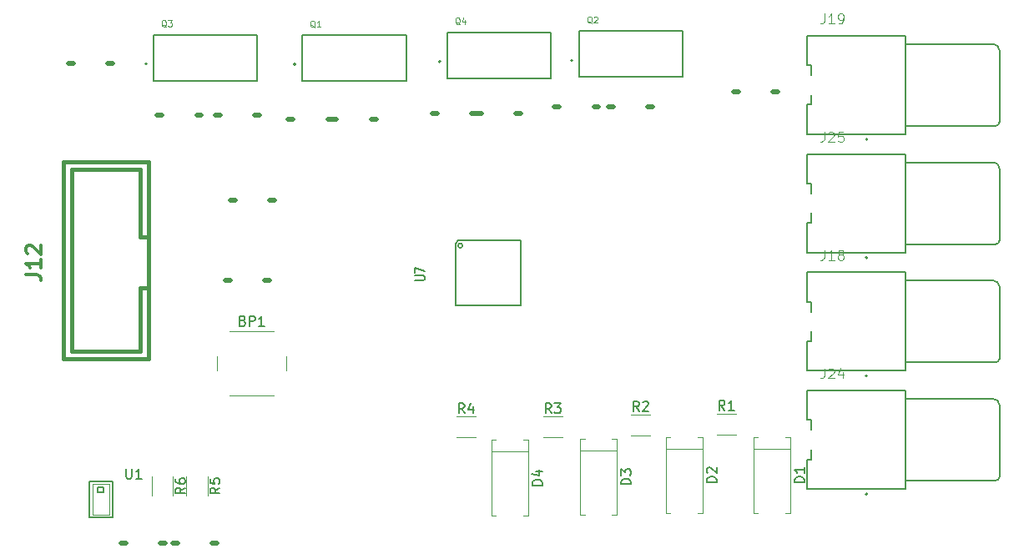
<source format=gbr>
G04 #@! TF.FileFunction,Legend,Top*
%FSLAX46Y46*%
G04 Gerber Fmt 4.6, Leading zero omitted, Abs format (unit mm)*
G04 Created by KiCad (PCBNEW 4.0.7) date Thursday, 23 May 2019 'à' 19:06:03*
%MOMM*%
%LPD*%
G01*
G04 APERTURE LIST*
%ADD10C,0.100000*%
%ADD11C,0.500000*%
%ADD12C,0.381000*%
%ADD13C,0.127000*%
%ADD14C,0.200000*%
%ADD15C,0.120000*%
%ADD16C,0.150000*%
%ADD17C,0.050000*%
%ADD18C,0.304800*%
%ADD19C,0.200025*%
%ADD20C,0.200660*%
G04 APERTURE END LIST*
D10*
D11*
X175350000Y-50000000D02*
X175850000Y-50000000D01*
X171850000Y-50000000D02*
X171350000Y-50000000D01*
X171350000Y-50000000D02*
X171600000Y-50000000D01*
D12*
X111969940Y-64679040D02*
X111969940Y-69880960D01*
X104169600Y-76279220D02*
X111169840Y-76279220D01*
X111169840Y-76279220D02*
X111169840Y-69880960D01*
X111169840Y-69880960D02*
X111969940Y-69880960D01*
X111969940Y-64679040D02*
X111169840Y-64679040D01*
X111169840Y-64679040D02*
X111169840Y-57879460D01*
X111169840Y-57879460D02*
X104169600Y-57879460D01*
X104169600Y-57879460D02*
X104169600Y-76279220D01*
X111969940Y-77079320D02*
X111969940Y-69880960D01*
X111969940Y-57079360D02*
X111969940Y-64679040D01*
X111969940Y-77081860D02*
X103369500Y-77081860D01*
X103369500Y-77081860D02*
X103369500Y-57081900D01*
X103369500Y-57081900D02*
X111969940Y-57081900D01*
D13*
X155680000Y-48500000D02*
X155680000Y-43840000D01*
X155680000Y-43840000D02*
X166200000Y-43840000D01*
X166200000Y-43840000D02*
X166200000Y-48500000D01*
X166200000Y-48500000D02*
X155680000Y-48500000D01*
D14*
X155000000Y-46800000D02*
G75*
G03X155000000Y-46800000I-100000J0D01*
G01*
D15*
X120200000Y-80800000D02*
X124700000Y-80800000D01*
X118950000Y-76800000D02*
X118950000Y-78300000D01*
X124700000Y-74300000D02*
X120200000Y-74300000D01*
X125950000Y-78300000D02*
X125950000Y-76800000D01*
X176580000Y-85020000D02*
X177060000Y-85020000D01*
X177060000Y-85020000D02*
X177060000Y-92740000D01*
X177060000Y-92740000D02*
X176580000Y-92740000D01*
X173820000Y-85020000D02*
X173340000Y-85020000D01*
X173340000Y-85020000D02*
X173340000Y-92740000D01*
X173340000Y-92740000D02*
X173820000Y-92740000D01*
X177060000Y-86220000D02*
X173340000Y-86220000D01*
X167680000Y-85020000D02*
X168160000Y-85020000D01*
X168160000Y-85020000D02*
X168160000Y-92740000D01*
X168160000Y-92740000D02*
X167680000Y-92740000D01*
X164920000Y-85020000D02*
X164440000Y-85020000D01*
X164440000Y-85020000D02*
X164440000Y-92740000D01*
X164440000Y-92740000D02*
X164920000Y-92740000D01*
X168160000Y-86220000D02*
X164440000Y-86220000D01*
X158980000Y-85220000D02*
X159460000Y-85220000D01*
X159460000Y-85220000D02*
X159460000Y-92940000D01*
X159460000Y-92940000D02*
X158980000Y-92940000D01*
X156220000Y-85220000D02*
X155740000Y-85220000D01*
X155740000Y-85220000D02*
X155740000Y-92940000D01*
X155740000Y-92940000D02*
X156220000Y-92940000D01*
X159460000Y-86420000D02*
X155740000Y-86420000D01*
X149980000Y-85320000D02*
X150460000Y-85320000D01*
X150460000Y-85320000D02*
X150460000Y-93040000D01*
X150460000Y-93040000D02*
X149980000Y-93040000D01*
X147220000Y-85320000D02*
X146740000Y-85320000D01*
X146740000Y-85320000D02*
X146740000Y-93040000D01*
X146740000Y-93040000D02*
X147220000Y-93040000D01*
X150460000Y-86520000D02*
X146740000Y-86520000D01*
D11*
X124250000Y-61000000D02*
X124750000Y-61000000D01*
X120750000Y-61000000D02*
X120250000Y-61000000D01*
X120250000Y-61000000D02*
X120500000Y-61000000D01*
X130150000Y-52800000D02*
X130650000Y-52800000D01*
X126650000Y-52800000D02*
X126150000Y-52800000D01*
X126150000Y-52800000D02*
X126400000Y-52800000D01*
X157150000Y-51500000D02*
X157650000Y-51500000D01*
X153650000Y-51500000D02*
X153150000Y-51500000D01*
X153150000Y-51500000D02*
X153400000Y-51500000D01*
X134550000Y-52800000D02*
X135050000Y-52800000D01*
X131050000Y-52800000D02*
X130550000Y-52800000D01*
X130550000Y-52800000D02*
X130800000Y-52800000D01*
X162650000Y-51500000D02*
X163150000Y-51500000D01*
X159150000Y-51500000D02*
X158650000Y-51500000D01*
X158650000Y-51500000D02*
X158900000Y-51500000D01*
X116850000Y-52400000D02*
X117350000Y-52400000D01*
X113350000Y-52400000D02*
X112850000Y-52400000D01*
X112850000Y-52400000D02*
X113100000Y-52400000D01*
X144750000Y-52200000D02*
X145250000Y-52200000D01*
X141250000Y-52200000D02*
X140750000Y-52200000D01*
X140750000Y-52200000D02*
X141000000Y-52200000D01*
X122750000Y-52400000D02*
X123250000Y-52400000D01*
X119250000Y-52400000D02*
X118750000Y-52400000D01*
X118750000Y-52400000D02*
X119000000Y-52400000D01*
X149250000Y-52200000D02*
X149750000Y-52200000D01*
X145750000Y-52200000D02*
X145250000Y-52200000D01*
X145250000Y-52200000D02*
X145500000Y-52200000D01*
X118450000Y-95800000D02*
X118950000Y-95800000D01*
X114950000Y-95800000D02*
X114450000Y-95800000D01*
X114450000Y-95800000D02*
X114700000Y-95800000D01*
X113150000Y-95800000D02*
X113650000Y-95800000D01*
X109650000Y-95800000D02*
X109150000Y-95800000D01*
X109150000Y-95800000D02*
X109400000Y-95800000D01*
X123750000Y-69100000D02*
X124250000Y-69100000D01*
X120250000Y-69100000D02*
X119750000Y-69100000D01*
X119750000Y-69100000D02*
X120000000Y-69100000D01*
X107850000Y-47100000D02*
X108350000Y-47100000D01*
X104350000Y-47100000D02*
X103850000Y-47100000D01*
X103850000Y-47100000D02*
X104100000Y-47100000D01*
D13*
X127580000Y-48900000D02*
X127580000Y-44240000D01*
X127580000Y-44240000D02*
X138100000Y-44240000D01*
X138100000Y-44240000D02*
X138100000Y-48900000D01*
X138100000Y-48900000D02*
X127580000Y-48900000D01*
D14*
X126900000Y-47200000D02*
G75*
G03X126900000Y-47200000I-100000J0D01*
G01*
D13*
X112490000Y-48860000D02*
X112490000Y-44200000D01*
X112490000Y-44200000D02*
X123010000Y-44200000D01*
X123010000Y-44200000D02*
X123010000Y-48860000D01*
X123010000Y-48860000D02*
X112490000Y-48860000D01*
D14*
X111810000Y-47160000D02*
G75*
G03X111810000Y-47160000I-100000J0D01*
G01*
D13*
X142280000Y-48600000D02*
X142280000Y-43940000D01*
X142280000Y-43940000D02*
X152800000Y-43940000D01*
X152800000Y-43940000D02*
X152800000Y-48600000D01*
X152800000Y-48600000D02*
X142280000Y-48600000D01*
D14*
X141600000Y-46900000D02*
G75*
G03X141600000Y-46900000I-100000J0D01*
G01*
D15*
X171600000Y-84770000D02*
X169600000Y-84770000D01*
X169600000Y-82630000D02*
X171600000Y-82630000D01*
X162900000Y-84870000D02*
X160900000Y-84870000D01*
X160900000Y-82730000D02*
X162900000Y-82730000D01*
X154000000Y-85070000D02*
X152000000Y-85070000D01*
X152000000Y-82930000D02*
X154000000Y-82930000D01*
X145200000Y-85070000D02*
X143200000Y-85070000D01*
X143200000Y-82930000D02*
X145200000Y-82930000D01*
D16*
X106830000Y-90130000D02*
X106830000Y-90670000D01*
X106830000Y-90670000D02*
X107390000Y-90670000D01*
X107390000Y-90670000D02*
X107390000Y-90120000D01*
X107390000Y-90120000D02*
X106830000Y-90130000D01*
X105950000Y-89550000D02*
X105950000Y-93150000D01*
X105950000Y-93150000D02*
X108350000Y-93150000D01*
X108350000Y-93150000D02*
X108350000Y-89550000D01*
X108350000Y-89550000D02*
X105950000Y-89550000D01*
D17*
X106300000Y-92900000D02*
X108000000Y-92900000D01*
X108000000Y-92900000D02*
X108000000Y-89800000D01*
X108000000Y-89800000D02*
X106300000Y-89800000D01*
X106300000Y-89800000D02*
X106300000Y-92900000D01*
D13*
X143823296Y-65598380D02*
G75*
G03X143823296Y-65598380I-224916J0D01*
G01*
X143397720Y-65098000D02*
X149699460Y-65098000D01*
X149699460Y-65098000D02*
X149699460Y-71699460D01*
X149699460Y-71699460D02*
X143199600Y-71699460D01*
X143199600Y-71699460D02*
X143098000Y-71699460D01*
X143098000Y-71699460D02*
X143098000Y-65400260D01*
X143098000Y-65400260D02*
X143397720Y-65098000D01*
D16*
X188800000Y-77460000D02*
X188800000Y-78300000D01*
X188800000Y-78300000D02*
X186790000Y-78290000D01*
X188800000Y-76310000D02*
X188800000Y-77450000D01*
X188800000Y-77450000D02*
X189060000Y-77450000D01*
X189060000Y-69150000D02*
X188800000Y-69150000D01*
X186810000Y-68300000D02*
X188800000Y-68300000D01*
X188800000Y-68300000D02*
X188800000Y-70270000D01*
D13*
X178800000Y-78300000D02*
X186800000Y-78300000D01*
X188800000Y-76300000D02*
X188800000Y-70300000D01*
X178800000Y-78300000D02*
X178800000Y-75300000D01*
X178800000Y-75300000D02*
X179200000Y-75300000D01*
X179200000Y-71300000D02*
X178800000Y-71300000D01*
X178800000Y-71300000D02*
X178800000Y-68300000D01*
X178800000Y-68300000D02*
X186800000Y-68300000D01*
X179200000Y-72300000D02*
X179200000Y-71300000D01*
D14*
X184910000Y-78813000D02*
G75*
G03X184910000Y-78813000I-100000J0D01*
G01*
D13*
X189050000Y-69150000D02*
X197690000Y-69150000D01*
X197690000Y-69150000D02*
G75*
G02X198300000Y-69760000I0J-610000D01*
G01*
X198300000Y-69760000D02*
X198300000Y-77060000D01*
X198300000Y-77060000D02*
G75*
G02X197910000Y-77450000I-390000J0D01*
G01*
X197910000Y-77450000D02*
X189050000Y-77450000D01*
X179200000Y-75300000D02*
X179200000Y-74300000D01*
D16*
X188800000Y-53460000D02*
X188800000Y-54300000D01*
X188800000Y-54300000D02*
X186790000Y-54290000D01*
X188800000Y-52310000D02*
X188800000Y-53450000D01*
X188800000Y-53450000D02*
X189060000Y-53450000D01*
X189060000Y-45150000D02*
X188800000Y-45150000D01*
X186810000Y-44300000D02*
X188800000Y-44300000D01*
X188800000Y-44300000D02*
X188800000Y-46270000D01*
D13*
X178800000Y-54300000D02*
X186800000Y-54300000D01*
X188800000Y-52300000D02*
X188800000Y-46300000D01*
X178800000Y-54300000D02*
X178800000Y-51300000D01*
X178800000Y-51300000D02*
X179200000Y-51300000D01*
X179200000Y-47300000D02*
X178800000Y-47300000D01*
X178800000Y-47300000D02*
X178800000Y-44300000D01*
X178800000Y-44300000D02*
X186800000Y-44300000D01*
X179200000Y-48300000D02*
X179200000Y-47300000D01*
D14*
X184910000Y-54813000D02*
G75*
G03X184910000Y-54813000I-100000J0D01*
G01*
D13*
X189050000Y-45150000D02*
X197690000Y-45150000D01*
X197690000Y-45150000D02*
G75*
G02X198300000Y-45760000I0J-610000D01*
G01*
X198300000Y-45760000D02*
X198300000Y-53060000D01*
X198300000Y-53060000D02*
G75*
G02X197910000Y-53450000I-390000J0D01*
G01*
X197910000Y-53450000D02*
X189050000Y-53450000D01*
X179200000Y-51300000D02*
X179200000Y-50300000D01*
D16*
X188800000Y-89460000D02*
X188800000Y-90300000D01*
X188800000Y-90300000D02*
X186790000Y-90290000D01*
X188800000Y-88310000D02*
X188800000Y-89450000D01*
X188800000Y-89450000D02*
X189060000Y-89450000D01*
X189060000Y-81150000D02*
X188800000Y-81150000D01*
X186810000Y-80300000D02*
X188800000Y-80300000D01*
X188800000Y-80300000D02*
X188800000Y-82270000D01*
D13*
X178800000Y-90300000D02*
X186800000Y-90300000D01*
X188800000Y-88300000D02*
X188800000Y-82300000D01*
X178800000Y-90300000D02*
X178800000Y-87300000D01*
X178800000Y-87300000D02*
X179200000Y-87300000D01*
X179200000Y-83300000D02*
X178800000Y-83300000D01*
X178800000Y-83300000D02*
X178800000Y-80300000D01*
X178800000Y-80300000D02*
X186800000Y-80300000D01*
X179200000Y-84300000D02*
X179200000Y-83300000D01*
D14*
X184910000Y-90813000D02*
G75*
G03X184910000Y-90813000I-100000J0D01*
G01*
D13*
X189050000Y-81150000D02*
X197690000Y-81150000D01*
X197690000Y-81150000D02*
G75*
G02X198300000Y-81760000I0J-610000D01*
G01*
X198300000Y-81760000D02*
X198300000Y-89060000D01*
X198300000Y-89060000D02*
G75*
G02X197910000Y-89450000I-390000J0D01*
G01*
X197910000Y-89450000D02*
X189050000Y-89450000D01*
X179200000Y-87300000D02*
X179200000Y-86300000D01*
D16*
X188800000Y-65460000D02*
X188800000Y-66300000D01*
X188800000Y-66300000D02*
X186790000Y-66290000D01*
X188800000Y-64310000D02*
X188800000Y-65450000D01*
X188800000Y-65450000D02*
X189060000Y-65450000D01*
X189060000Y-57150000D02*
X188800000Y-57150000D01*
X186810000Y-56300000D02*
X188800000Y-56300000D01*
X188800000Y-56300000D02*
X188800000Y-58270000D01*
D13*
X178800000Y-66300000D02*
X186800000Y-66300000D01*
X188800000Y-64300000D02*
X188800000Y-58300000D01*
X178800000Y-66300000D02*
X178800000Y-63300000D01*
X178800000Y-63300000D02*
X179200000Y-63300000D01*
X179200000Y-59300000D02*
X178800000Y-59300000D01*
X178800000Y-59300000D02*
X178800000Y-56300000D01*
X178800000Y-56300000D02*
X186800000Y-56300000D01*
X179200000Y-60300000D02*
X179200000Y-59300000D01*
D14*
X184910000Y-66813000D02*
G75*
G03X184910000Y-66813000I-100000J0D01*
G01*
D13*
X189050000Y-57150000D02*
X197690000Y-57150000D01*
X197690000Y-57150000D02*
G75*
G02X198300000Y-57760000I0J-610000D01*
G01*
X198300000Y-57760000D02*
X198300000Y-65060000D01*
X198300000Y-65060000D02*
G75*
G02X197910000Y-65450000I-390000J0D01*
G01*
X197910000Y-65450000D02*
X189050000Y-65450000D01*
X179200000Y-63300000D02*
X179200000Y-62300000D01*
D15*
X115830000Y-91000000D02*
X115830000Y-89000000D01*
X117970000Y-89000000D02*
X117970000Y-91000000D01*
X112330000Y-91000000D02*
X112330000Y-89000000D01*
X114470000Y-89000000D02*
X114470000Y-91000000D01*
D18*
X99535189Y-68513714D02*
X100623760Y-68513714D01*
X100841474Y-68586286D01*
X100986617Y-68731429D01*
X101059189Y-68949143D01*
X101059189Y-69094286D01*
X101059189Y-66989714D02*
X101059189Y-67860571D01*
X101059189Y-67425143D02*
X99535189Y-67425143D01*
X99752903Y-67570286D01*
X99898046Y-67715428D01*
X99970617Y-67860571D01*
X99680331Y-66409142D02*
X99607760Y-66336571D01*
X99535189Y-66191428D01*
X99535189Y-65828571D01*
X99607760Y-65683428D01*
X99680331Y-65610857D01*
X99825474Y-65538285D01*
X99970617Y-65538285D01*
X100188331Y-65610857D01*
X101059189Y-66481714D01*
X101059189Y-65538285D01*
D17*
X156964648Y-43055076D02*
X156903695Y-43024600D01*
X156842743Y-42963648D01*
X156751314Y-42872219D01*
X156690362Y-42841743D01*
X156629410Y-42841743D01*
X156659886Y-42994124D02*
X156598933Y-42963648D01*
X156537981Y-42902695D01*
X156507505Y-42780790D01*
X156507505Y-42567457D01*
X156537981Y-42445552D01*
X156598933Y-42384600D01*
X156659886Y-42354124D01*
X156781790Y-42354124D01*
X156842743Y-42384600D01*
X156903695Y-42445552D01*
X156934171Y-42567457D01*
X156934171Y-42780790D01*
X156903695Y-42902695D01*
X156842743Y-42963648D01*
X156781790Y-42994124D01*
X156659886Y-42994124D01*
X157177981Y-42415076D02*
X157208457Y-42384600D01*
X157269409Y-42354124D01*
X157421790Y-42354124D01*
X157482743Y-42384600D01*
X157513219Y-42415076D01*
X157543695Y-42476029D01*
X157543695Y-42536981D01*
X157513219Y-42628410D01*
X157147505Y-42994124D01*
X157543695Y-42994124D01*
D16*
X121545239Y-73228571D02*
X121688096Y-73276190D01*
X121735715Y-73323810D01*
X121783334Y-73419048D01*
X121783334Y-73561905D01*
X121735715Y-73657143D01*
X121688096Y-73704762D01*
X121592858Y-73752381D01*
X121211905Y-73752381D01*
X121211905Y-72752381D01*
X121545239Y-72752381D01*
X121640477Y-72800000D01*
X121688096Y-72847619D01*
X121735715Y-72942857D01*
X121735715Y-73038095D01*
X121688096Y-73133333D01*
X121640477Y-73180952D01*
X121545239Y-73228571D01*
X121211905Y-73228571D01*
X122211905Y-73752381D02*
X122211905Y-72752381D01*
X122592858Y-72752381D01*
X122688096Y-72800000D01*
X122735715Y-72847619D01*
X122783334Y-72942857D01*
X122783334Y-73085714D01*
X122735715Y-73180952D01*
X122688096Y-73228571D01*
X122592858Y-73276190D01*
X122211905Y-73276190D01*
X123735715Y-73752381D02*
X123164286Y-73752381D01*
X123450000Y-73752381D02*
X123450000Y-72752381D01*
X123354762Y-72895238D01*
X123259524Y-72990476D01*
X123164286Y-73038095D01*
X178512381Y-89618095D02*
X177512381Y-89618095D01*
X177512381Y-89380000D01*
X177560000Y-89237142D01*
X177655238Y-89141904D01*
X177750476Y-89094285D01*
X177940952Y-89046666D01*
X178083810Y-89046666D01*
X178274286Y-89094285D01*
X178369524Y-89141904D01*
X178464762Y-89237142D01*
X178512381Y-89380000D01*
X178512381Y-89618095D01*
X178512381Y-88094285D02*
X178512381Y-88665714D01*
X178512381Y-88380000D02*
X177512381Y-88380000D01*
X177655238Y-88475238D01*
X177750476Y-88570476D01*
X177798095Y-88665714D01*
X169612381Y-89618095D02*
X168612381Y-89618095D01*
X168612381Y-89380000D01*
X168660000Y-89237142D01*
X168755238Y-89141904D01*
X168850476Y-89094285D01*
X169040952Y-89046666D01*
X169183810Y-89046666D01*
X169374286Y-89094285D01*
X169469524Y-89141904D01*
X169564762Y-89237142D01*
X169612381Y-89380000D01*
X169612381Y-89618095D01*
X168707619Y-88665714D02*
X168660000Y-88618095D01*
X168612381Y-88522857D01*
X168612381Y-88284761D01*
X168660000Y-88189523D01*
X168707619Y-88141904D01*
X168802857Y-88094285D01*
X168898095Y-88094285D01*
X169040952Y-88141904D01*
X169612381Y-88713333D01*
X169612381Y-88094285D01*
X160912381Y-89818095D02*
X159912381Y-89818095D01*
X159912381Y-89580000D01*
X159960000Y-89437142D01*
X160055238Y-89341904D01*
X160150476Y-89294285D01*
X160340952Y-89246666D01*
X160483810Y-89246666D01*
X160674286Y-89294285D01*
X160769524Y-89341904D01*
X160864762Y-89437142D01*
X160912381Y-89580000D01*
X160912381Y-89818095D01*
X159912381Y-88913333D02*
X159912381Y-88294285D01*
X160293333Y-88627619D01*
X160293333Y-88484761D01*
X160340952Y-88389523D01*
X160388571Y-88341904D01*
X160483810Y-88294285D01*
X160721905Y-88294285D01*
X160817143Y-88341904D01*
X160864762Y-88389523D01*
X160912381Y-88484761D01*
X160912381Y-88770476D01*
X160864762Y-88865714D01*
X160817143Y-88913333D01*
X151912381Y-89918095D02*
X150912381Y-89918095D01*
X150912381Y-89680000D01*
X150960000Y-89537142D01*
X151055238Y-89441904D01*
X151150476Y-89394285D01*
X151340952Y-89346666D01*
X151483810Y-89346666D01*
X151674286Y-89394285D01*
X151769524Y-89441904D01*
X151864762Y-89537142D01*
X151912381Y-89680000D01*
X151912381Y-89918095D01*
X151245714Y-88489523D02*
X151912381Y-88489523D01*
X150864762Y-88727619D02*
X151579048Y-88965714D01*
X151579048Y-88346666D01*
D17*
X128864648Y-43455076D02*
X128803695Y-43424600D01*
X128742743Y-43363648D01*
X128651314Y-43272219D01*
X128590362Y-43241743D01*
X128529410Y-43241743D01*
X128559886Y-43394124D02*
X128498933Y-43363648D01*
X128437981Y-43302695D01*
X128407505Y-43180790D01*
X128407505Y-42967457D01*
X128437981Y-42845552D01*
X128498933Y-42784600D01*
X128559886Y-42754124D01*
X128681790Y-42754124D01*
X128742743Y-42784600D01*
X128803695Y-42845552D01*
X128834171Y-42967457D01*
X128834171Y-43180790D01*
X128803695Y-43302695D01*
X128742743Y-43363648D01*
X128681790Y-43394124D01*
X128559886Y-43394124D01*
X129443695Y-43394124D02*
X129077981Y-43394124D01*
X129260838Y-43394124D02*
X129260838Y-42754124D01*
X129199886Y-42845552D01*
X129138933Y-42906505D01*
X129077981Y-42936981D01*
X113774648Y-43415076D02*
X113713695Y-43384600D01*
X113652743Y-43323648D01*
X113561314Y-43232219D01*
X113500362Y-43201743D01*
X113439410Y-43201743D01*
X113469886Y-43354124D02*
X113408933Y-43323648D01*
X113347981Y-43262695D01*
X113317505Y-43140790D01*
X113317505Y-42927457D01*
X113347981Y-42805552D01*
X113408933Y-42744600D01*
X113469886Y-42714124D01*
X113591790Y-42714124D01*
X113652743Y-42744600D01*
X113713695Y-42805552D01*
X113744171Y-42927457D01*
X113744171Y-43140790D01*
X113713695Y-43262695D01*
X113652743Y-43323648D01*
X113591790Y-43354124D01*
X113469886Y-43354124D01*
X113957505Y-42714124D02*
X114353695Y-42714124D01*
X114140362Y-42957933D01*
X114231790Y-42957933D01*
X114292743Y-42988410D01*
X114323219Y-43018886D01*
X114353695Y-43079838D01*
X114353695Y-43232219D01*
X114323219Y-43293171D01*
X114292743Y-43323648D01*
X114231790Y-43354124D01*
X114048933Y-43354124D01*
X113987981Y-43323648D01*
X113957505Y-43293171D01*
X143564648Y-43155076D02*
X143503695Y-43124600D01*
X143442743Y-43063648D01*
X143351314Y-42972219D01*
X143290362Y-42941743D01*
X143229410Y-42941743D01*
X143259886Y-43094124D02*
X143198933Y-43063648D01*
X143137981Y-43002695D01*
X143107505Y-42880790D01*
X143107505Y-42667457D01*
X143137981Y-42545552D01*
X143198933Y-42484600D01*
X143259886Y-42454124D01*
X143381790Y-42454124D01*
X143442743Y-42484600D01*
X143503695Y-42545552D01*
X143534171Y-42667457D01*
X143534171Y-42880790D01*
X143503695Y-43002695D01*
X143442743Y-43063648D01*
X143381790Y-43094124D01*
X143259886Y-43094124D01*
X144082743Y-42667457D02*
X144082743Y-43094124D01*
X143930362Y-42423648D02*
X143777981Y-42880790D01*
X144174171Y-42880790D01*
D16*
X170433334Y-82302381D02*
X170100000Y-81826190D01*
X169861905Y-82302381D02*
X169861905Y-81302381D01*
X170242858Y-81302381D01*
X170338096Y-81350000D01*
X170385715Y-81397619D01*
X170433334Y-81492857D01*
X170433334Y-81635714D01*
X170385715Y-81730952D01*
X170338096Y-81778571D01*
X170242858Y-81826190D01*
X169861905Y-81826190D01*
X171385715Y-82302381D02*
X170814286Y-82302381D01*
X171100000Y-82302381D02*
X171100000Y-81302381D01*
X171004762Y-81445238D01*
X170909524Y-81540476D01*
X170814286Y-81588095D01*
X161733334Y-82402381D02*
X161400000Y-81926190D01*
X161161905Y-82402381D02*
X161161905Y-81402381D01*
X161542858Y-81402381D01*
X161638096Y-81450000D01*
X161685715Y-81497619D01*
X161733334Y-81592857D01*
X161733334Y-81735714D01*
X161685715Y-81830952D01*
X161638096Y-81878571D01*
X161542858Y-81926190D01*
X161161905Y-81926190D01*
X162114286Y-81497619D02*
X162161905Y-81450000D01*
X162257143Y-81402381D01*
X162495239Y-81402381D01*
X162590477Y-81450000D01*
X162638096Y-81497619D01*
X162685715Y-81592857D01*
X162685715Y-81688095D01*
X162638096Y-81830952D01*
X162066667Y-82402381D01*
X162685715Y-82402381D01*
X152833334Y-82602381D02*
X152500000Y-82126190D01*
X152261905Y-82602381D02*
X152261905Y-81602381D01*
X152642858Y-81602381D01*
X152738096Y-81650000D01*
X152785715Y-81697619D01*
X152833334Y-81792857D01*
X152833334Y-81935714D01*
X152785715Y-82030952D01*
X152738096Y-82078571D01*
X152642858Y-82126190D01*
X152261905Y-82126190D01*
X153166667Y-81602381D02*
X153785715Y-81602381D01*
X153452381Y-81983333D01*
X153595239Y-81983333D01*
X153690477Y-82030952D01*
X153738096Y-82078571D01*
X153785715Y-82173810D01*
X153785715Y-82411905D01*
X153738096Y-82507143D01*
X153690477Y-82554762D01*
X153595239Y-82602381D01*
X153309524Y-82602381D01*
X153214286Y-82554762D01*
X153166667Y-82507143D01*
X144033334Y-82602381D02*
X143700000Y-82126190D01*
X143461905Y-82602381D02*
X143461905Y-81602381D01*
X143842858Y-81602381D01*
X143938096Y-81650000D01*
X143985715Y-81697619D01*
X144033334Y-81792857D01*
X144033334Y-81935714D01*
X143985715Y-82030952D01*
X143938096Y-82078571D01*
X143842858Y-82126190D01*
X143461905Y-82126190D01*
X144890477Y-81935714D02*
X144890477Y-82602381D01*
X144652381Y-81554762D02*
X144414286Y-82269048D01*
X145033334Y-82269048D01*
X109708095Y-88242381D02*
X109708095Y-89051905D01*
X109755714Y-89147143D01*
X109803333Y-89194762D01*
X109898571Y-89242381D01*
X110089048Y-89242381D01*
X110184286Y-89194762D01*
X110231905Y-89147143D01*
X110279524Y-89051905D01*
X110279524Y-88242381D01*
X111279524Y-89242381D02*
X110708095Y-89242381D01*
X110993809Y-89242381D02*
X110993809Y-88242381D01*
X110898571Y-88385238D01*
X110803333Y-88480476D01*
X110708095Y-88528095D01*
D19*
X139011019Y-69111200D02*
X139833495Y-69111200D01*
X139930257Y-69073100D01*
X139978638Y-69035000D01*
X140027019Y-68958800D01*
X140027019Y-68806400D01*
X139978638Y-68730200D01*
X139930257Y-68692100D01*
X139833495Y-68654000D01*
X139011019Y-68654000D01*
X139011019Y-68349200D02*
X139011019Y-67815800D01*
X140027019Y-68158700D01*
D20*
D17*
X180526079Y-66058450D02*
X180526079Y-66778593D01*
X180478069Y-66922622D01*
X180382050Y-67018641D01*
X180238022Y-67066650D01*
X180142003Y-67066650D01*
X181534278Y-67066650D02*
X180958164Y-67066650D01*
X181246221Y-67066650D02*
X181246221Y-66058450D01*
X181150202Y-66202479D01*
X181054183Y-66298498D01*
X180958164Y-66346508D01*
X182110392Y-66490536D02*
X182014373Y-66442527D01*
X181966364Y-66394517D01*
X181918354Y-66298498D01*
X181918354Y-66250489D01*
X181966364Y-66154470D01*
X182014373Y-66106460D01*
X182110392Y-66058450D01*
X182302430Y-66058450D01*
X182398449Y-66106460D01*
X182446459Y-66154470D01*
X182494468Y-66250489D01*
X182494468Y-66298498D01*
X182446459Y-66394517D01*
X182398449Y-66442527D01*
X182302430Y-66490536D01*
X182110392Y-66490536D01*
X182014373Y-66538546D01*
X181966364Y-66586555D01*
X181918354Y-66682574D01*
X181918354Y-66874612D01*
X181966364Y-66970631D01*
X182014373Y-67018641D01*
X182110392Y-67066650D01*
X182302430Y-67066650D01*
X182398449Y-67018641D01*
X182446459Y-66970631D01*
X182494468Y-66874612D01*
X182494468Y-66682574D01*
X182446459Y-66586555D01*
X182398449Y-66538546D01*
X182302430Y-66490536D01*
X180526079Y-42058450D02*
X180526079Y-42778593D01*
X180478069Y-42922622D01*
X180382050Y-43018641D01*
X180238022Y-43066650D01*
X180142003Y-43066650D01*
X181534278Y-43066650D02*
X180958164Y-43066650D01*
X181246221Y-43066650D02*
X181246221Y-42058450D01*
X181150202Y-42202479D01*
X181054183Y-42298498D01*
X180958164Y-42346508D01*
X182014373Y-43066650D02*
X182206411Y-43066650D01*
X182302430Y-43018641D01*
X182350440Y-42970631D01*
X182446459Y-42826603D01*
X182494468Y-42634565D01*
X182494468Y-42250489D01*
X182446459Y-42154470D01*
X182398449Y-42106460D01*
X182302430Y-42058450D01*
X182110392Y-42058450D01*
X182014373Y-42106460D01*
X181966364Y-42154470D01*
X181918354Y-42250489D01*
X181918354Y-42490536D01*
X181966364Y-42586555D01*
X182014373Y-42634565D01*
X182110392Y-42682574D01*
X182302430Y-42682574D01*
X182398449Y-42634565D01*
X182446459Y-42586555D01*
X182494468Y-42490536D01*
X180526079Y-78058450D02*
X180526079Y-78778593D01*
X180478069Y-78922622D01*
X180382050Y-79018641D01*
X180238022Y-79066650D01*
X180142003Y-79066650D01*
X180958164Y-78154470D02*
X181006174Y-78106460D01*
X181102193Y-78058450D01*
X181342240Y-78058450D01*
X181438259Y-78106460D01*
X181486269Y-78154470D01*
X181534278Y-78250489D01*
X181534278Y-78346508D01*
X181486269Y-78490536D01*
X180910155Y-79066650D01*
X181534278Y-79066650D01*
X182398449Y-78394517D02*
X182398449Y-79066650D01*
X182158402Y-78010441D02*
X181918354Y-78730584D01*
X182542478Y-78730584D01*
X180526079Y-54058450D02*
X180526079Y-54778593D01*
X180478069Y-54922622D01*
X180382050Y-55018641D01*
X180238022Y-55066650D01*
X180142003Y-55066650D01*
X180958164Y-54154470D02*
X181006174Y-54106460D01*
X181102193Y-54058450D01*
X181342240Y-54058450D01*
X181438259Y-54106460D01*
X181486269Y-54154470D01*
X181534278Y-54250489D01*
X181534278Y-54346508D01*
X181486269Y-54490536D01*
X180910155Y-55066650D01*
X181534278Y-55066650D01*
X182446459Y-54058450D02*
X181966364Y-54058450D01*
X181918354Y-54538546D01*
X181966364Y-54490536D01*
X182062383Y-54442527D01*
X182302430Y-54442527D01*
X182398449Y-54490536D01*
X182446459Y-54538546D01*
X182494468Y-54634565D01*
X182494468Y-54874612D01*
X182446459Y-54970631D01*
X182398449Y-55018641D01*
X182302430Y-55066650D01*
X182062383Y-55066650D01*
X181966364Y-55018641D01*
X181918354Y-54970631D01*
D16*
X119202381Y-90166666D02*
X118726190Y-90500000D01*
X119202381Y-90738095D02*
X118202381Y-90738095D01*
X118202381Y-90357142D01*
X118250000Y-90261904D01*
X118297619Y-90214285D01*
X118392857Y-90166666D01*
X118535714Y-90166666D01*
X118630952Y-90214285D01*
X118678571Y-90261904D01*
X118726190Y-90357142D01*
X118726190Y-90738095D01*
X118202381Y-89261904D02*
X118202381Y-89738095D01*
X118678571Y-89785714D01*
X118630952Y-89738095D01*
X118583333Y-89642857D01*
X118583333Y-89404761D01*
X118630952Y-89309523D01*
X118678571Y-89261904D01*
X118773810Y-89214285D01*
X119011905Y-89214285D01*
X119107143Y-89261904D01*
X119154762Y-89309523D01*
X119202381Y-89404761D01*
X119202381Y-89642857D01*
X119154762Y-89738095D01*
X119107143Y-89785714D01*
X115702381Y-90166666D02*
X115226190Y-90500000D01*
X115702381Y-90738095D02*
X114702381Y-90738095D01*
X114702381Y-90357142D01*
X114750000Y-90261904D01*
X114797619Y-90214285D01*
X114892857Y-90166666D01*
X115035714Y-90166666D01*
X115130952Y-90214285D01*
X115178571Y-90261904D01*
X115226190Y-90357142D01*
X115226190Y-90738095D01*
X114702381Y-89309523D02*
X114702381Y-89500000D01*
X114750000Y-89595238D01*
X114797619Y-89642857D01*
X114940476Y-89738095D01*
X115130952Y-89785714D01*
X115511905Y-89785714D01*
X115607143Y-89738095D01*
X115654762Y-89690476D01*
X115702381Y-89595238D01*
X115702381Y-89404761D01*
X115654762Y-89309523D01*
X115607143Y-89261904D01*
X115511905Y-89214285D01*
X115273810Y-89214285D01*
X115178571Y-89261904D01*
X115130952Y-89309523D01*
X115083333Y-89404761D01*
X115083333Y-89595238D01*
X115130952Y-89690476D01*
X115178571Y-89738095D01*
X115273810Y-89785714D01*
M02*

</source>
